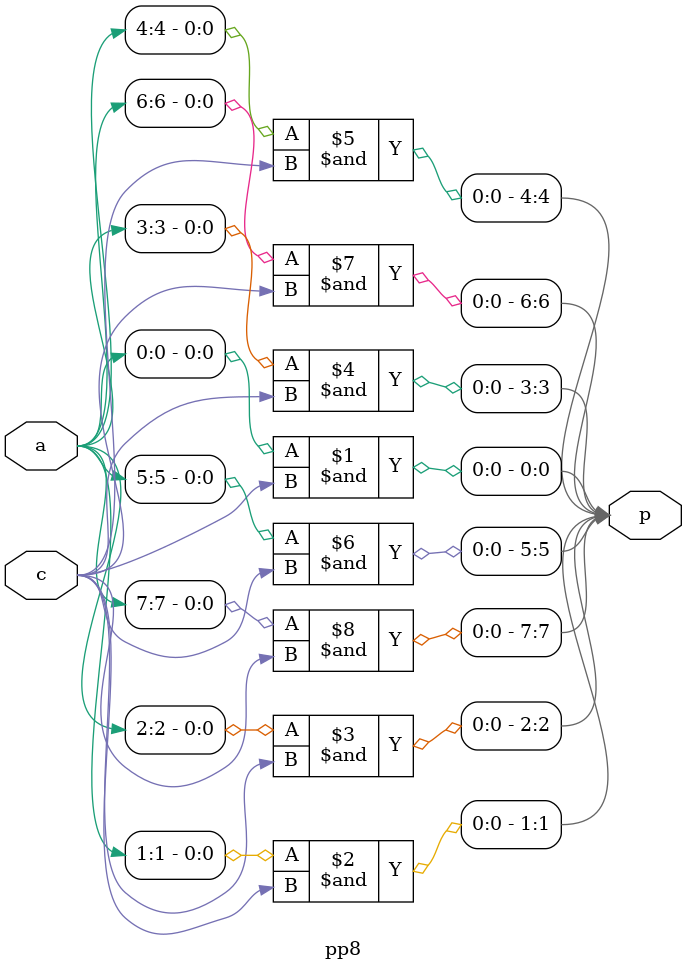
<source format=v>
module pp8(a,c,p);
input[7:0] a;
input c;
output[7:0] p;

assign p[0]=a[0]&c;
assign p[1]=a[1]&c;
assign p[2]=a[2]&c;
assign p[3]=a[3]&c;
assign p[4]=a[4]&c;
assign p[5]=a[5]&c;
assign p[6]=a[6]&c;
assign p[7]=a[7]&c;

endmodule
</source>
